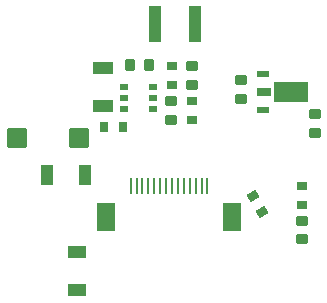
<source format=gbr>
%TF.GenerationSoftware,KiCad,Pcbnew,(6.0.1)*%
%TF.CreationDate,2022-07-23T16:31:21+08:00*%
%TF.ProjectId,IMU_base_V7,494d555f-6261-4736-955f-56372e6b6963,rev?*%
%TF.SameCoordinates,Original*%
%TF.FileFunction,Paste,Bot*%
%TF.FilePolarity,Positive*%
%FSLAX46Y46*%
G04 Gerber Fmt 4.6, Leading zero omitted, Abs format (unit mm)*
G04 Created by KiCad (PCBNEW (6.0.1)) date 2022-07-23 16:31:21*
%MOMM*%
%LPD*%
G01*
G04 APERTURE LIST*
G04 Aperture macros list*
%AMRoundRect*
0 Rectangle with rounded corners*
0 $1 Rounding radius*
0 $2 $3 $4 $5 $6 $7 $8 $9 X,Y pos of 4 corners*
0 Add a 4 corners polygon primitive as box body*
4,1,4,$2,$3,$4,$5,$6,$7,$8,$9,$2,$3,0*
0 Add four circle primitives for the rounded corners*
1,1,$1+$1,$2,$3*
1,1,$1+$1,$4,$5*
1,1,$1+$1,$6,$7*
1,1,$1+$1,$8,$9*
0 Add four rect primitives between the rounded corners*
20,1,$1+$1,$2,$3,$4,$5,0*
20,1,$1+$1,$4,$5,$6,$7,0*
20,1,$1+$1,$6,$7,$8,$9,0*
20,1,$1+$1,$8,$9,$2,$3,0*%
G04 Aperture macros list end*
%ADD10RoundRect,0.000000X0.743750X0.467500X-0.743750X0.467500X-0.743750X-0.467500X0.743750X-0.467500X0*%
%ADD11RoundRect,0.000000X0.800000X0.800000X-0.800000X0.800000X-0.800000X-0.800000X0.800000X-0.800000X0*%
%ADD12RoundRect,0.000000X0.425000X0.340000X-0.425000X0.340000X-0.425000X-0.340000X0.425000X-0.340000X0*%
%ADD13RoundRect,0.000000X0.495000X-0.787500X0.495000X0.787500X-0.495000X0.787500X-0.495000X-0.787500X0*%
%ADD14RoundRect,0.000000X-0.425000X-0.340000X0.425000X-0.340000X0.425000X0.340000X-0.425000X0.340000X0*%
%ADD15RoundRect,0.000000X0.340000X-0.425000X0.340000X0.425000X-0.340000X0.425000X-0.340000X-0.425000X0*%
%ADD16RoundRect,0.000000X0.080000X0.600000X-0.080000X0.600000X-0.080000X-0.600000X0.080000X-0.600000X0*%
%ADD17RoundRect,0.000000X0.720000X1.160000X-0.720000X1.160000X-0.720000X-1.160000X0.720000X-1.160000X0*%
%ADD18RoundRect,0.000000X-0.480000X1.440000X-0.480000X-1.440000X0.480000X-1.440000X0.480000X1.440000X0*%
%ADD19RoundRect,0.000000X0.400000X0.320000X-0.400000X0.320000X-0.400000X-0.320000X0.400000X-0.320000X0*%
%ADD20RoundRect,0.000000X0.480000X-0.248000X0.480000X0.248000X-0.480000X0.248000X-0.480000X-0.248000X0*%
%ADD21RoundRect,0.000000X0.552500X-0.263500X0.552500X0.263500X-0.552500X0.263500X-0.552500X-0.263500X0*%
%ADD22RoundRect,0.000000X1.381250X-0.807500X1.381250X0.807500X-1.381250X0.807500X-1.381250X-0.807500X0*%
%ADD23RoundRect,0.000000X-0.297500X-0.233750X0.297500X-0.233750X0.297500X0.233750X-0.297500X0.233750X0*%
%ADD24RoundRect,0.000000X-0.320000X0.400000X-0.320000X-0.400000X0.320000X-0.400000X0.320000X0.400000X0*%
%ADD25RoundRect,0.000000X-0.186410X-0.477128X0.506410X-0.077128X0.186410X0.477128X-0.506410X0.077128X0*%
%ADD26RoundRect,0.000000X0.787500X0.495000X-0.787500X0.495000X-0.787500X-0.495000X0.787500X-0.495000X0*%
G04 APERTURE END LIST*
D10*
%TO.C,\u4FDD\u9669\u4E1D1*%
X104600000Y-79600000D03*
X104600000Y-82800000D03*
%TD*%
D11*
%TO.C,D1*%
X104800000Y-69900000D03*
X99550000Y-69900000D03*
%TD*%
D12*
%TO.C,C3*%
X123700000Y-78500000D03*
X123700000Y-76900000D03*
%TD*%
D13*
%TO.C,C7*%
X105250000Y-73000000D03*
X102050000Y-73000000D03*
%TD*%
D14*
%TO.C,C9*%
X124733700Y-69500000D03*
X124733700Y-67900000D03*
%TD*%
D15*
%TO.C,C11*%
X110700000Y-63700000D03*
X109100000Y-63700000D03*
%TD*%
D16*
%TO.C,J5*%
X115650000Y-73987300D03*
X115150000Y-73987300D03*
X114650000Y-73987300D03*
X114150000Y-73987300D03*
X113650000Y-73987300D03*
X113150000Y-73987300D03*
X112650000Y-73987300D03*
X112150000Y-73987300D03*
X111650000Y-73987300D03*
X111150000Y-73987300D03*
X110650000Y-73987300D03*
X110150000Y-73987300D03*
X109650000Y-73987300D03*
X109150000Y-73987300D03*
D17*
X107100000Y-76607300D03*
X117700000Y-76607300D03*
%TD*%
D12*
%TO.C,C12*%
X112600000Y-66750000D03*
X112600000Y-68350000D03*
%TD*%
D14*
%TO.C,C13*%
X114350000Y-65400000D03*
X114350000Y-63800000D03*
%TD*%
D18*
%TO.C,L1*%
X111200000Y-60250000D03*
X114600000Y-60250000D03*
%TD*%
D19*
%TO.C,R1*%
X123700000Y-74000000D03*
X123700000Y-75600000D03*
%TD*%
D20*
%TO.C,U1*%
X120358700Y-67500000D03*
D21*
X120408700Y-66000000D03*
D22*
X122733700Y-66000000D03*
D20*
X120358700Y-64500000D03*
%TD*%
D23*
%TO.C,U3*%
X111050000Y-65550000D03*
X111050000Y-66500000D03*
X111050000Y-67450000D03*
X108550000Y-67450000D03*
X108550000Y-66500000D03*
X108550000Y-65550000D03*
%TD*%
D24*
%TO.C,R3*%
X106900000Y-69000000D03*
X108500000Y-69000000D03*
%TD*%
D14*
%TO.C,C8*%
X118533700Y-66600000D03*
X118533700Y-65000000D03*
%TD*%
D19*
%TO.C,R5*%
X112650000Y-63800000D03*
X112650000Y-65400000D03*
%TD*%
D25*
%TO.C,R9*%
X119500000Y-74800000D03*
X120300000Y-76185640D03*
%TD*%
D19*
%TO.C,R6*%
X114350000Y-66750000D03*
X114350000Y-68350000D03*
%TD*%
D26*
%TO.C,C10*%
X106800000Y-64000000D03*
X106800000Y-67200000D03*
%TD*%
M02*

</source>
